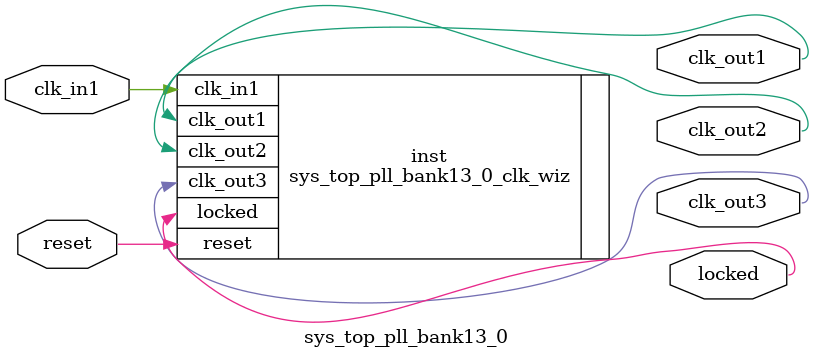
<source format=v>


`timescale 1ps/1ps

(* CORE_GENERATION_INFO = "sys_top_pll_bank13_0,clk_wiz_v6_0_3_0_0,{component_name=sys_top_pll_bank13_0,use_phase_alignment=true,use_min_o_jitter=true,use_max_i_jitter=false,use_dyn_phase_shift=false,use_inclk_switchover=false,use_dyn_reconfig=false,enable_axi=0,feedback_source=FDBK_AUTO,PRIMITIVE=MMCM,num_out_clk=3,clkin1_period=12.5,clkin2_period=10.0,use_power_down=false,use_reset=true,use_locked=true,use_inclk_stopped=false,feedback_type=SINGLE,CLOCK_MGR_TYPE=NA,manual_override=false}" *)

module sys_top_pll_bank13_0 
 (
  // Clock out ports
  output        clk_out1,
  output        clk_out2,
  output        clk_out3,
  // Status and control signals
  input         reset,
  output        locked,
 // Clock in ports
  input         clk_in1
 );

  sys_top_pll_bank13_0_clk_wiz inst
  (
  // Clock out ports  
  .clk_out1(clk_out1),
  .clk_out2(clk_out2),
  .clk_out3(clk_out3),
  // Status and control signals               
  .reset(reset), 
  .locked(locked),
 // Clock in ports
  .clk_in1(clk_in1)
  );

endmodule

</source>
